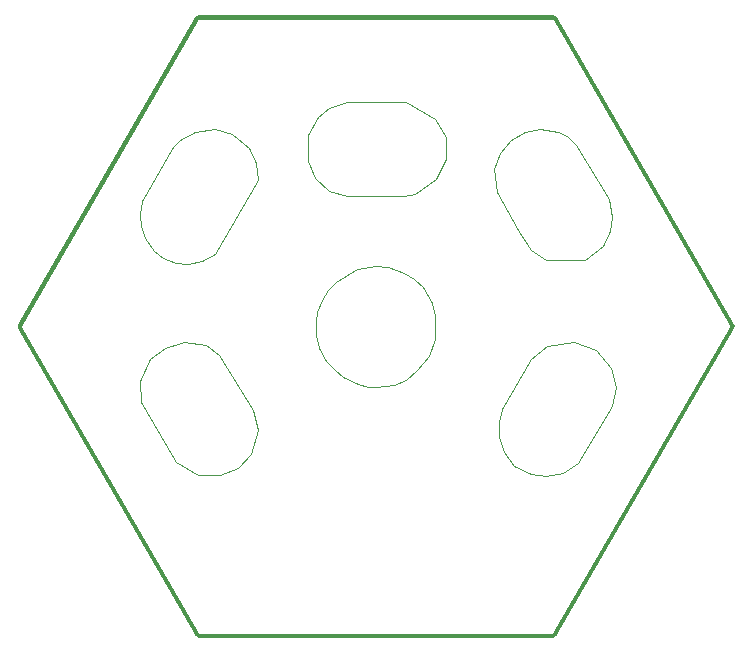
<source format=gko>
G04 Layer_Color=16720538*
%FSLAX24Y24*%
%MOIN*%
G70*
G01*
G75*
%ADD39C,0.0039*%
%ADD40C,0.0118*%
%ADD41C,0.0118*%
D39*
X17699Y13383D02*
G03*
X17717Y13373I17J10D01*
G01*
X29528D02*
G03*
X29545Y13383I0J20D01*
G01*
X35450Y23612D02*
G03*
X35453Y23622I-17J10D01*
G01*
D02*
G03*
X35450Y23632I-20J0D01*
G01*
X29545Y33868D02*
G03*
X29528Y33878I-17J-10D01*
G01*
X17717Y33870D02*
G03*
X17699Y33860I0J-20D01*
G01*
X11794Y23632D02*
G03*
X11794Y23612I17J-10D01*
G01*
X23346Y21614D02*
X23622D01*
X23031Y21693D02*
X23346Y21614D01*
X22520Y21929D02*
X23031Y21693D01*
X22244Y22165D02*
X22520Y21929D01*
X21969Y22480D02*
X22244Y22165D01*
X21732Y22913D02*
X21969Y22480D01*
X21614Y23346D02*
X21732Y22913D01*
X21614Y23346D02*
Y23780D01*
X21654Y24094D01*
X21811Y24488D01*
X22008Y24843D01*
X22283Y25118D01*
X22992Y25551D01*
X23622Y25630D01*
X24016Y25591D01*
X24567Y25394D01*
X24882Y25197D01*
X25197Y24921D01*
X25472Y24409D01*
X25591Y23976D01*
Y23189D02*
Y23976D01*
X25394Y22638D02*
X25591Y23189D01*
X25000Y22165D02*
X25394Y22638D01*
X24606Y21850D02*
X25000Y22165D01*
X24213Y21654D02*
X24606Y21850D01*
X23622Y21614D02*
X24213Y21654D01*
X17835Y25787D02*
X18268Y26024D01*
X17362Y25709D02*
X17835Y25787D01*
X16968Y25748D02*
X17362Y25709D01*
X16535Y25906D02*
X16968Y25748D01*
X16220Y26142D02*
X16535Y25906D01*
X15906Y26575D02*
X16220Y26142D01*
X15787Y26969D02*
X15906Y26575D01*
X15748Y27362D02*
X15787Y26969D01*
X15748Y27362D02*
X15827Y27795D01*
X16850Y29606D01*
X17087Y29843D01*
X17598Y30118D01*
X18268Y30197D01*
X18819Y30039D01*
X19370Y29567D01*
X19606Y29055D01*
X19685Y28504D01*
X18268Y26024D02*
X19685Y28504D01*
X16968Y19094D02*
X17677Y18661D01*
X18425D01*
X19016Y18898D01*
X19449Y19370D01*
X19685Y20157D01*
X19528Y20827D02*
X19685Y20157D01*
X18386Y22677D02*
X19528Y20827D01*
X17953Y22992D02*
X18386Y22677D01*
X17205Y23110D02*
X17953Y22992D01*
X16575Y22913D02*
X17205Y23110D01*
X16102Y22520D02*
X16575Y22913D01*
X15748Y21811D02*
X16102Y22520D01*
X15748Y21811D02*
X15787Y21102D01*
X16968Y19094D01*
X29843Y18740D02*
X30354Y19055D01*
X29291Y18622D02*
X29843Y18740D01*
X28780Y18701D02*
X29291Y18622D01*
X28228Y18976D02*
X28780Y18701D01*
X27874Y19449D02*
X28228Y18976D01*
X27717Y19921D02*
X27874Y19449D01*
X27717Y19921D02*
Y20433D01*
X27835Y20866D01*
X28780Y22520D01*
X29331Y22953D01*
X30236Y23110D01*
X30945Y22835D01*
X31457Y22244D01*
X31614Y21614D01*
X31496Y20984D02*
X31614Y21614D01*
X30354Y19055D02*
X31496Y20984D01*
X30000Y29961D02*
X30276Y29685D01*
X29685Y30118D02*
X30000Y29961D01*
X29094Y30197D02*
X29685Y30118D01*
X28583D02*
X29094Y30197D01*
X28110Y29843D02*
X28583Y30118D01*
X27756Y29409D02*
X28110Y29843D01*
X27559Y28858D02*
X27756Y29409D01*
X27559Y28858D02*
X27638Y28110D01*
X28346Y26850D01*
X28780Y26181D01*
X29291Y25827D01*
X30591D01*
X31181Y26299D01*
X31417Y26811D01*
X31496Y27283D01*
X31378Y27874D02*
X31496Y27283D01*
X30276Y29685D02*
X31378Y27874D01*
X22047Y30906D02*
X22638Y31102D01*
X21693Y30591D02*
X22047Y30906D01*
X21339Y30000D02*
X21693Y30591D01*
X21339Y29134D02*
Y30000D01*
Y29134D02*
X21575Y28583D01*
X22047Y28150D01*
X22638Y27953D01*
X24567D01*
X24921Y28031D01*
X25630Y28543D01*
X25945Y29213D01*
Y29921D01*
X25591Y30551D02*
X25945Y29921D01*
X24606Y31102D02*
X25591Y30551D01*
X22638Y31102D02*
X24606D01*
X11794Y23612D02*
X17699Y13383D01*
X17717Y13373D02*
X29528D01*
X29545Y13383D02*
X35450Y23612D01*
X29545Y33868D02*
X35450Y23632D01*
X17717Y33870D02*
X29528Y33878D01*
X17699Y33860D02*
X17699Y33860D01*
X11794Y23632D02*
X17699Y33860D01*
X11794Y23632D02*
X11794Y23632D01*
D40*
X11743Y23583D02*
D03*
D03*
X17648Y13354D02*
D03*
X11743Y23662D02*
D03*
X11743Y23662D02*
D03*
X11743Y23662D02*
D03*
X17648Y33890D02*
D03*
X17648Y33890D02*
D03*
X17648Y33890D02*
D03*
X17648Y33890D02*
D03*
X17648Y33890D02*
D03*
X29596Y13354D02*
D03*
X35501Y23583D02*
D03*
X35501Y23583D02*
D03*
X29596Y33898D02*
D03*
D41*
X17648Y13354D02*
G03*
X17717Y13314I68J39D01*
G01*
X11743Y23662D02*
G03*
X11743Y23661I51J-30D01*
G01*
X17716Y33929D02*
G03*
X17648Y33890I0J-79D01*
G01*
X29528Y13314D02*
G03*
X29596Y13354I0J79D01*
G01*
X35501Y23583D02*
G03*
X35512Y23622I-68J39D01*
G01*
X35501Y23661D02*
G03*
X35501Y23662I-51J-30D01*
G01*
X29596Y33898D02*
G03*
X29528Y33937I-68J-39D01*
G01*
X35512Y23622D02*
G03*
X35501Y23661I-79J0D01*
G01*
X17648Y13354D02*
X17648Y13354D01*
X11743Y23583D02*
X17648Y13354D01*
X11743Y23583D02*
X11743Y23583D01*
X17717Y13314D02*
X29528D01*
X11743Y23662D02*
X11743Y23662D01*
X11743Y23662D02*
X11743Y23662D01*
X11743Y23662D01*
X17648Y33890D01*
X17648Y33890D01*
X17648Y33890D01*
X17648Y33890D02*
X17648Y33890D01*
X17716Y33929D02*
X29528Y33937D01*
X29596Y13354D02*
X29596Y13354D01*
X35501Y23583D01*
X35501Y23583D01*
X35501Y23662D02*
X35501Y23661D01*
X29596Y33898D02*
X35501Y23662D01*
X29596Y33898D02*
X29596Y33898D01*
X11743Y23583D02*
X11743Y23662D01*
M02*

</source>
